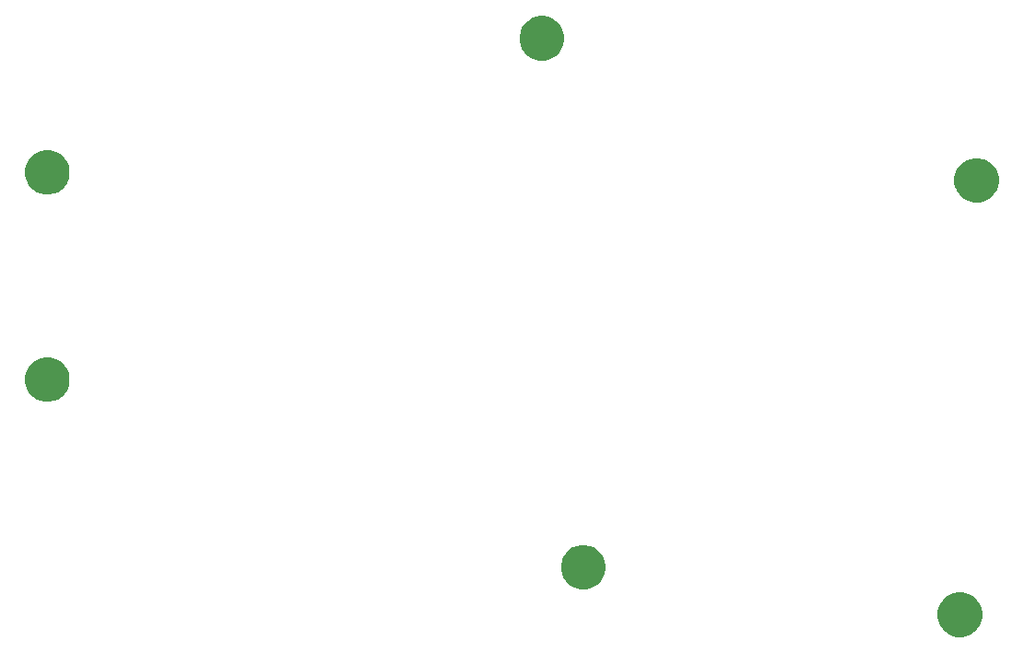
<source format=gbs>
G04 #@! TF.GenerationSoftware,KiCad,Pcbnew,(5.1.2)-1*
G04 #@! TF.CreationDate,2019-06-14T17:50:55+09:00*
G04 #@! TF.ProjectId,adelie,6164656c-6965-42e6-9b69-6361645f7063,rev?*
G04 #@! TF.SameCoordinates,Original*
G04 #@! TF.FileFunction,Soldermask,Bot*
G04 #@! TF.FilePolarity,Negative*
%FSLAX46Y46*%
G04 Gerber Fmt 4.6, Leading zero omitted, Abs format (unit mm)*
G04 Created by KiCad (PCBNEW (5.1.2)-1) date 2019-06-14 17:50:55*
%MOMM*%
%LPD*%
G04 APERTURE LIST*
%ADD10C,0.100000*%
G04 APERTURE END LIST*
D10*
G36*
X188967899Y-124273679D02*
G01*
X189341156Y-124428287D01*
X189341158Y-124428288D01*
X189677081Y-124652745D01*
X189962761Y-124938425D01*
X190187219Y-125274350D01*
X190341827Y-125647607D01*
X190420645Y-126043854D01*
X190420645Y-126447868D01*
X190341827Y-126844115D01*
X190187219Y-127217372D01*
X190187218Y-127217374D01*
X189962761Y-127553297D01*
X189677081Y-127838977D01*
X189341158Y-128063434D01*
X189341157Y-128063435D01*
X189341156Y-128063435D01*
X188967899Y-128218043D01*
X188571652Y-128296861D01*
X188167638Y-128296861D01*
X187771391Y-128218043D01*
X187398134Y-128063435D01*
X187398133Y-128063435D01*
X187398132Y-128063434D01*
X187062209Y-127838977D01*
X186776529Y-127553297D01*
X186552072Y-127217374D01*
X186552071Y-127217372D01*
X186397463Y-126844115D01*
X186318645Y-126447868D01*
X186318645Y-126043854D01*
X186397463Y-125647607D01*
X186552071Y-125274350D01*
X186776529Y-124938425D01*
X187062209Y-124652745D01*
X187398132Y-124428288D01*
X187398134Y-124428287D01*
X187771391Y-124273679D01*
X188167638Y-124194861D01*
X188571652Y-124194861D01*
X188967899Y-124273679D01*
X188967899Y-124273679D01*
G37*
G36*
X154379405Y-119925835D02*
G01*
X154752662Y-120080443D01*
X154752664Y-120080444D01*
X155088587Y-120304901D01*
X155374267Y-120590581D01*
X155598725Y-120926506D01*
X155753333Y-121299763D01*
X155832151Y-121696010D01*
X155832151Y-122100024D01*
X155753333Y-122496271D01*
X155598725Y-122869528D01*
X155598724Y-122869530D01*
X155374267Y-123205453D01*
X155088587Y-123491133D01*
X154752664Y-123715590D01*
X154752663Y-123715591D01*
X154752662Y-123715591D01*
X154379405Y-123870199D01*
X153983158Y-123949017D01*
X153579144Y-123949017D01*
X153182897Y-123870199D01*
X152809640Y-123715591D01*
X152809639Y-123715591D01*
X152809638Y-123715590D01*
X152473715Y-123491133D01*
X152188035Y-123205453D01*
X151963578Y-122869530D01*
X151963577Y-122869528D01*
X151808969Y-122496271D01*
X151730151Y-122100024D01*
X151730151Y-121696010D01*
X151808969Y-121299763D01*
X151963577Y-120926506D01*
X152188035Y-120590581D01*
X152473715Y-120304901D01*
X152809638Y-120080444D01*
X152809640Y-120080443D01*
X153182897Y-119925835D01*
X153579144Y-119847017D01*
X153983158Y-119847017D01*
X154379405Y-119925835D01*
X154379405Y-119925835D01*
G37*
G36*
X105142594Y-102670738D02*
G01*
X105515851Y-102825346D01*
X105515853Y-102825347D01*
X105851776Y-103049804D01*
X106137456Y-103335484D01*
X106361914Y-103671409D01*
X106516522Y-104044666D01*
X106595340Y-104440913D01*
X106595340Y-104844927D01*
X106516522Y-105241174D01*
X106361914Y-105614431D01*
X106361913Y-105614433D01*
X106137456Y-105950356D01*
X105851776Y-106236036D01*
X105515853Y-106460493D01*
X105515852Y-106460494D01*
X105515851Y-106460494D01*
X105142594Y-106615102D01*
X104746347Y-106693920D01*
X104342333Y-106693920D01*
X103946086Y-106615102D01*
X103572829Y-106460494D01*
X103572828Y-106460494D01*
X103572827Y-106460493D01*
X103236904Y-106236036D01*
X102951224Y-105950356D01*
X102726767Y-105614433D01*
X102726766Y-105614431D01*
X102572158Y-105241174D01*
X102493340Y-104844927D01*
X102493340Y-104440913D01*
X102572158Y-104044666D01*
X102726766Y-103671409D01*
X102951224Y-103335484D01*
X103236904Y-103049804D01*
X103572827Y-102825347D01*
X103572829Y-102825346D01*
X103946086Y-102670738D01*
X104342333Y-102591920D01*
X104746347Y-102591920D01*
X105142594Y-102670738D01*
X105142594Y-102670738D01*
G37*
G36*
X190511994Y-84357338D02*
G01*
X190885251Y-84511946D01*
X190885253Y-84511947D01*
X191049071Y-84621407D01*
X191221176Y-84736404D01*
X191506856Y-85022084D01*
X191731314Y-85358009D01*
X191885922Y-85731266D01*
X191964740Y-86127513D01*
X191964740Y-86531527D01*
X191885922Y-86927774D01*
X191778946Y-87186036D01*
X191731313Y-87301033D01*
X191506856Y-87636956D01*
X191221176Y-87922636D01*
X190885253Y-88147093D01*
X190885252Y-88147094D01*
X190885251Y-88147094D01*
X190511994Y-88301702D01*
X190115747Y-88380520D01*
X189711733Y-88380520D01*
X189315486Y-88301702D01*
X188942229Y-88147094D01*
X188942228Y-88147094D01*
X188942227Y-88147093D01*
X188606304Y-87922636D01*
X188320624Y-87636956D01*
X188096167Y-87301033D01*
X188048534Y-87186036D01*
X187941558Y-86927774D01*
X187862740Y-86531527D01*
X187862740Y-86127513D01*
X187941558Y-85731266D01*
X188096166Y-85358009D01*
X188320624Y-85022084D01*
X188606304Y-84736404D01*
X188778409Y-84621407D01*
X188942227Y-84511947D01*
X188942229Y-84511946D01*
X189315486Y-84357338D01*
X189711733Y-84278520D01*
X190115747Y-84278520D01*
X190511994Y-84357338D01*
X190511994Y-84357338D01*
G37*
G36*
X105142594Y-83620738D02*
G01*
X105515851Y-83775346D01*
X105515853Y-83775347D01*
X105851776Y-83999804D01*
X106137456Y-84285484D01*
X106361914Y-84621409D01*
X106516522Y-84994666D01*
X106595340Y-85390913D01*
X106595340Y-85794927D01*
X106516522Y-86191174D01*
X106375543Y-86531527D01*
X106361913Y-86564433D01*
X106137456Y-86900356D01*
X105851776Y-87186036D01*
X105515853Y-87410493D01*
X105515852Y-87410494D01*
X105515851Y-87410494D01*
X105142594Y-87565102D01*
X104746347Y-87643920D01*
X104342333Y-87643920D01*
X103946086Y-87565102D01*
X103572829Y-87410494D01*
X103572828Y-87410494D01*
X103572827Y-87410493D01*
X103236904Y-87186036D01*
X102951224Y-86900356D01*
X102726767Y-86564433D01*
X102713137Y-86531527D01*
X102572158Y-86191174D01*
X102493340Y-85794927D01*
X102493340Y-85390913D01*
X102572158Y-84994666D01*
X102726766Y-84621409D01*
X102951224Y-84285484D01*
X103236904Y-83999804D01*
X103572827Y-83775347D01*
X103572829Y-83775346D01*
X103946086Y-83620738D01*
X104342333Y-83541920D01*
X104746347Y-83541920D01*
X105142594Y-83620738D01*
X105142594Y-83620738D01*
G37*
G36*
X150581394Y-71307558D02*
G01*
X150954651Y-71462166D01*
X150954653Y-71462167D01*
X151290576Y-71686624D01*
X151576256Y-71972304D01*
X151800714Y-72308229D01*
X151955322Y-72681486D01*
X152034140Y-73077733D01*
X152034140Y-73481747D01*
X151955322Y-73877994D01*
X151800714Y-74251251D01*
X151800713Y-74251253D01*
X151576256Y-74587176D01*
X151290576Y-74872856D01*
X150954653Y-75097313D01*
X150954652Y-75097314D01*
X150954651Y-75097314D01*
X150581394Y-75251922D01*
X150185147Y-75330740D01*
X149781133Y-75330740D01*
X149384886Y-75251922D01*
X149011629Y-75097314D01*
X149011628Y-75097314D01*
X149011627Y-75097313D01*
X148675704Y-74872856D01*
X148390024Y-74587176D01*
X148165567Y-74251253D01*
X148165566Y-74251251D01*
X148010958Y-73877994D01*
X147932140Y-73481747D01*
X147932140Y-73077733D01*
X148010958Y-72681486D01*
X148165566Y-72308229D01*
X148390024Y-71972304D01*
X148675704Y-71686624D01*
X149011627Y-71462167D01*
X149011629Y-71462166D01*
X149384886Y-71307558D01*
X149781133Y-71228740D01*
X150185147Y-71228740D01*
X150581394Y-71307558D01*
X150581394Y-71307558D01*
G37*
M02*

</source>
